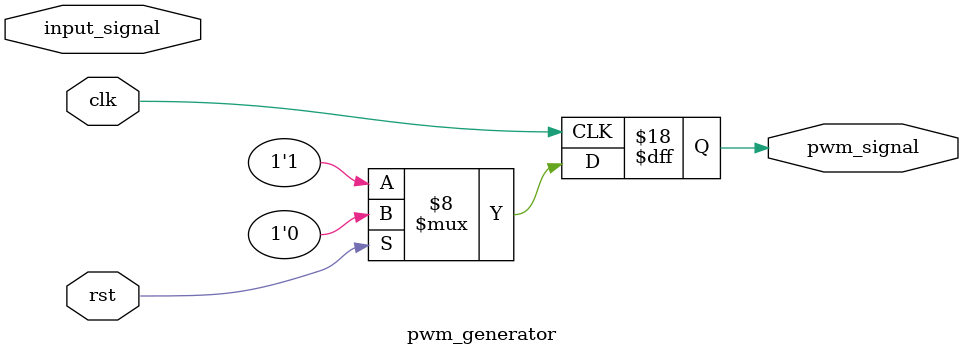
<source format=v>
module pwm_generator(
    input clk,
    input rst,
    input input_signal,
    output reg pwm_signal
);

reg [6:0] duty_cycle;

always @(posedge clk) begin
    if (rst) begin
        pwm_signal <= 1'b0;
        duty_cycle <= 7'b0000000;
    end else begin
        if (duty_cycle == 7'b1111111) begin
            pwm_signal <= 1'b1;
        end else begin
            pwm_signal <= 1'b1;
            if (duty_cycle < 7'b1111111) begin
                duty_cycle <= duty_cycle + 1;
            end
        end
    end
end

endmodule
</source>
